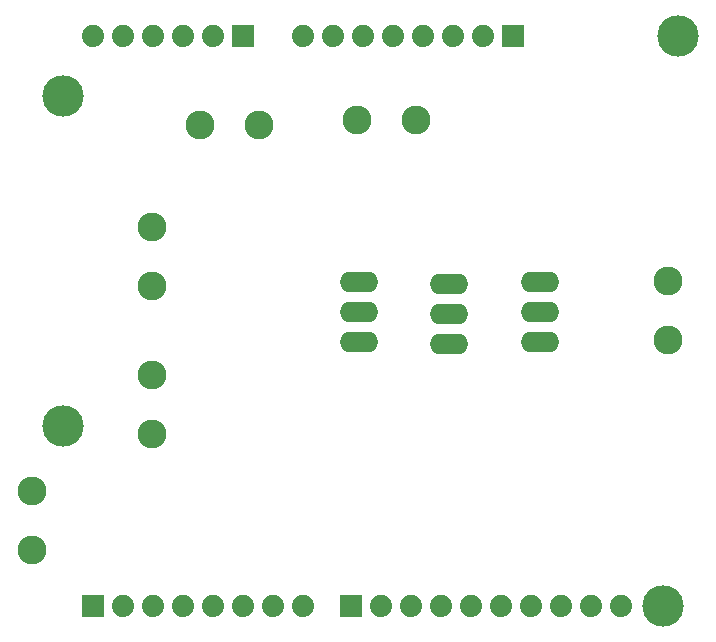
<source format=gts>
G04*
G04 #@! TF.GenerationSoftware,Altium Limited,Altium Designer,23.5.1 (21)*
G04*
G04 Layer_Color=8388736*
%FSLAX44Y44*%
%MOMM*%
G71*
G04*
G04 #@! TF.SameCoordinates,D93342A0-999F-4D70-BDBB-96AC1F057240*
G04*
G04*
G04 #@! TF.FilePolarity,Negative*
G04*
G01*
G75*
%ADD14C,2.4532*%
%ADD15O,3.2512X1.7272*%
%ADD16C,1.8796*%
%ADD17R,1.8796X1.8796*%
%ADD18C,3.5032*%
D14*
X72390Y107080D02*
D03*
Y157080D02*
D03*
X173990Y255270D02*
D03*
Y205270D02*
D03*
X265030Y467360D02*
D03*
X215030D02*
D03*
X397980Y471170D02*
D03*
X347980D02*
D03*
X610870Y335280D02*
D03*
Y285280D02*
D03*
X173990Y330600D02*
D03*
Y380600D02*
D03*
D15*
X502920Y283210D02*
D03*
Y308610D02*
D03*
Y334010D02*
D03*
X425450Y281940D02*
D03*
Y307340D02*
D03*
Y332740D02*
D03*
X349250Y283210D02*
D03*
Y308610D02*
D03*
Y334010D02*
D03*
D16*
X403860Y542290D02*
D03*
X378460D02*
D03*
X226060D02*
D03*
X200660D02*
D03*
X175260D02*
D03*
X149860D02*
D03*
X124460D02*
D03*
X520700Y59690D02*
D03*
X149860D02*
D03*
X175260D02*
D03*
X200660D02*
D03*
X226060D02*
D03*
X251460D02*
D03*
X276860D02*
D03*
X302260D02*
D03*
X368300D02*
D03*
X393700D02*
D03*
X419100D02*
D03*
X444500D02*
D03*
X469900D02*
D03*
X353060Y542290D02*
D03*
X327660D02*
D03*
X495300Y59690D02*
D03*
X429260Y542290D02*
D03*
X302260D02*
D03*
X546100Y59690D02*
D03*
X571500D02*
D03*
X454660Y542290D02*
D03*
D17*
X251460D02*
D03*
X124460Y59690D02*
D03*
X342900D02*
D03*
X480060Y542290D02*
D03*
D18*
X99060Y212090D02*
D03*
Y491490D02*
D03*
X607060Y59690D02*
D03*
X619760Y542290D02*
D03*
M02*

</source>
